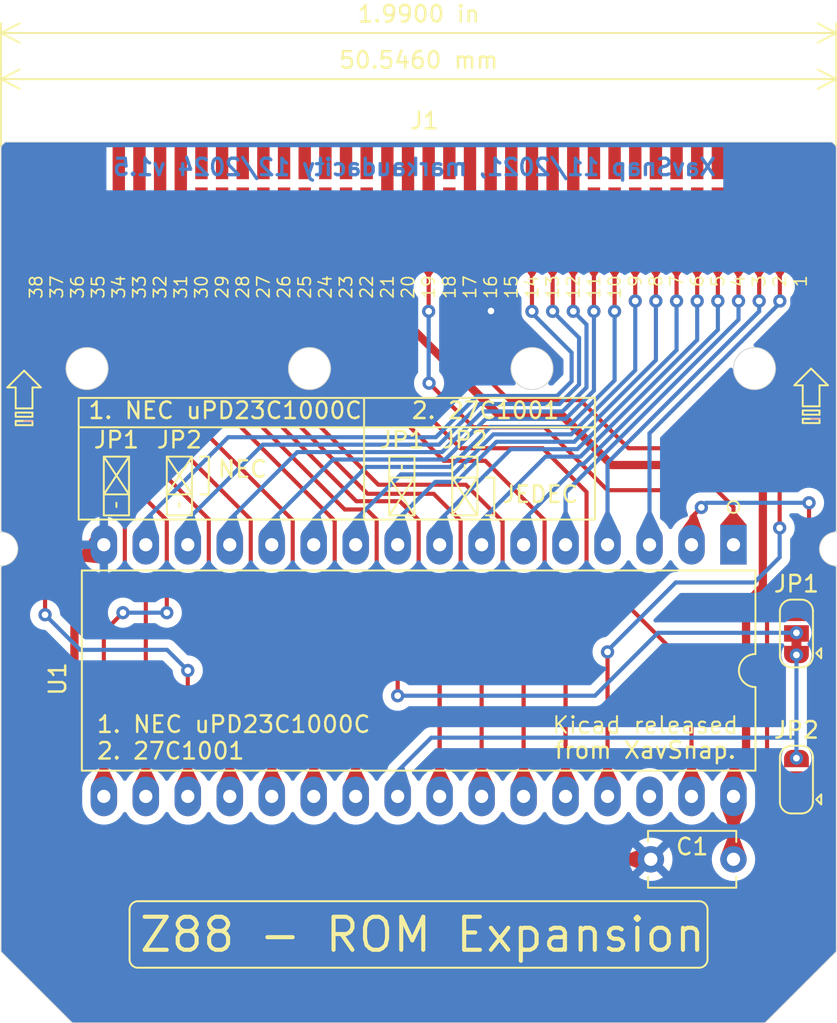
<source format=kicad_pcb>
(kicad_pcb (version 20240108) (generator "pcbnew") (generator_version "8.0")
  (layers (0 "F.Cu" signal) (31 "B.Cu" signal) (34 "B.Paste" user) (35 "F.Paste" user) (36 "B.SilkS" user "B.Silkscreen") (37 "F.SilkS" user "F.Silkscreen") (38 "B.Mask" user) (39 "F.Mask" user) (44 "Edge.Cuts" user))
  (net 0 "")
  (net 1 "GND")
  (net 2 "VCC")
  (net 3 "/D2")
  (net 4 "/D1")
  (net 5 "/A14")
  (net 6 "/D0")
  (net 7 "/A13")
  (net 8 "/A0")
  (net 9 "/A8")
  (net 10 "/A1")
  (net 11 "/A9")
  (net 12 "/A2")
  (net 13 "/A11")
  (net 14 "/A3")
  (net 15 "/A4")
  (net 16 "/A10")
  (net 17 "/A5")
  (net 18 "/A6")
  (net 19 "/D7")
  (net 20 "/A7")
  (net 21 "/D6")
  (net 22 "/A12")
  (net 23 "/D5")
  (net 24 "/A15")
  (net 25 "/D4")
  (net 26 "/A16")
  (net 27 "/D3")
  (net 28 "/~{SE1}")
  (net 29 "/Vpp")
  (net 30 "/WEL")
  (net 31 "/ROE")
  (footprint "Package_DIP:DIP-32_W15.24mm_LongPads" (layer "F.Cu") (at 160.02 87.376 -90)
    (property "Reference" "U1")
    (property "Value" "NEC_ROM")
  )
  (footprint "Capacitor_THT:C_Disc_D5.1mm_W3.2mm_P5.00mm" (layer "F.Cu") (at 155.02 106.426)
    (property "Reference" "C1")
    (property "Value" "100nF")
  )
  (footprint "Z88:Conn_Z88_1.25mm" (layer "F.Cu") (at 140.951 62.992)
    (property "Reference" "J1")
    (property "Value" "Conn_Z88")
  )
  (footprint "Jumper:SolderJumper-3_P1.3mm_Bridged12_RoundedPad1.0x1.5mm" (layer "F.Cu") (at 163.83 101.6 90)
    (property "Reference" "JP2")
    (property "Value" "SolderJumper-3_RoundedPad1.0x1.5mm" (hide yes))
  )
  (footprint "Jumper:SolderJumper-3_P1.3mm_Bridged12_RoundedPad1.0x1.5mm" (layer "F.Cu") (at 163.83 92.75 90)
    (property "Reference" "JP1")
    (property "Value" "SolderJumper-3_P1.3mm_Bridged12_RoundedPad1.0x1.5mm" (hide yes))
  )
  (gr_line (start 164.719 79.756) (end 165.227 79.756) (stroke (width 0.12)) (layer "B.SilkS"))
  (gr_line (start 117.094 79.883) (end 117.602 79.883) (stroke (width 0.12)) (layer "B.SilkS"))
  (gr_line (start 164.719 79.756) (end 164.211 79.756) (stroke (width 0.12)) (layer "F.SilkS"))
  (gr_line (start 165.735 77.724) (end 165.227 77.724) (stroke (width 0.12)) (layer "F.SilkS"))
  (gr_line (start 165.227 79.502) (end 164.719 79.502) (stroke (width 0.12)) (layer "F.SilkS"))
  (gr_line (start 165.227 79.756) (end 165.227 80.01) (stroke (width 0.12)) (layer "F.SilkS"))
  (gr_line (start 165.227 79.248) (end 164.719 79.248) (stroke (width 0.12)) (layer "F.SilkS"))
  (gr_line (start 165.227 77.724) (end 165.227 78.994) (stroke (width 0.12)) (layer "F.SilkS"))
  (gr_line (start 164.719 76.708) (end 165.735 77.724) (stroke (width 0.12)) (layer "F.SilkS"))
  (gr_line (start 165.227 80.01) (end 164.719 80.01) (stroke (width 0.12)) (layer "F.SilkS"))
  (gr_line (start 165.227 79.248) (end 165.227 79.502) (stroke (width 0.12)) (layer "F.SilkS"))
  (gr_line (start 165.227 78.994) (end 164.719 78.994) (stroke (width 0.12)) (layer "F.SilkS"))
  (gr_line (start 165.227 79.756) (end 164.719 79.756) (stroke (width 0.12)) (layer "F.SilkS"))
  (gr_line (start 116.586 79.629) (end 117.094 79.629) (stroke (width 0.12)) (layer "F.SilkS"))
  (gr_line (start 116.586 80.137) (end 117.094 80.137) (stroke (width 0.12)) (layer "F.SilkS"))
  (gr_line (start 116.586 77.851) (end 116.586 79.121) (stroke (width 0.12)) (layer "F.SilkS"))
  (gr_line (start 116.586 79.883) (end 117.094 79.883) (stroke (width 0.12)) (layer "F.SilkS"))
  (gr_line (start 116.078 77.851) (end 116.586 77.851) (stroke (width 0.12)) (layer "F.SilkS"))
  (gr_line (start 116.586 79.883) (end 116.586 80.137) (stroke (width 0.12)) (layer "F.SilkS"))
  (gr_line (start 117.094 76.835) (end 116.078 77.851) (stroke (width 0.12)) (layer "F.SilkS"))
  (gr_line (start 116.586 79.375) (end 117.094 79.375) (stroke (width 0.12)) (layer "F.SilkS"))
  (gr_line (start 117.094 79.883) (end 116.586 79.883) (stroke (width 0.12)) (layer "F.SilkS"))
  (gr_line (start 116.586 79.375) (end 116.586 79.629) (stroke (width 0.12)) (layer "F.SilkS"))
  (gr_line (start 116.586 79.121) (end 117.094 79.121) (stroke (width 0.12)) (layer "F.SilkS"))
  (gr_line (start 118.11 77.851) (end 117.602 77.851) (stroke (width 0.12)) (layer "F.SilkS"))
  (gr_line (start 117.602 79.629) (end 117.094 79.629) (stroke (width 0.12)) (layer "F.SilkS"))
  (gr_line (start 117.602 79.375) (end 117.094 79.375) (stroke (width 0.12)) (layer "F.SilkS"))
  (gr_line (start 117.602 77.851) (end 117.602 79.121) (stroke (width 0.12)) (layer "F.SilkS"))
  (gr_line (start 117.602 79.883) (end 117.094 79.883) (stroke (width 0.12)) (layer "F.SilkS"))
  (gr_line (start 117.602 79.121) (end 117.094 79.121) (stroke (width 0.12)) (layer "F.SilkS"))
  (gr_line (start 117.094 76.835) (end 118.11 77.851) (stroke (width 0.12)) (layer "F.SilkS"))
  (gr_line (start 117.602 80.137) (end 117.094 80.137) (stroke (width 0.12)) (layer "F.SilkS"))
  (gr_line (start 117.602 79.883) (end 117.602 80.137) (stroke (width 0.12)) (layer "F.SilkS"))
  (gr_line (start 117.602 79.375) (end 117.602 79.629) (stroke (width 0.12)) (layer "F.SilkS"))
  (gr_line (start 123.444 82.042) (end 121.92 82.042) (stroke (width 0.12)) (layer "F.SilkS"))
  (gr_line (start 121.92 84.328) (end 123.444 82.042) (stroke (width 0.12)) (layer "F.SilkS"))
  (gr_line (start 121.92 82.042) (end 123.444 84.328) (stroke (width 0.12)) (layer "F.SilkS"))
  (gr_line (start 125.73 82.042) (end 125.73 85.598) (stroke (width 0.12)) (layer "F.SilkS"))
  (gr_line (start 127.254 85.598) (end 127.254 82.042) (stroke (width 0.12)) (layer "F.SilkS"))
  (gr_line (start 126.492 85.09) (end 126.492 84.836) (stroke (width 0.12)) (layer "F.SilkS"))
  (gr_line (start 125.73 82.042) (end 127.254 84.328) (stroke (width 0.12)) (layer "F.SilkS"))
  (gr_line (start 125.73 84.328) (end 127.254 82.042) (stroke (width 0.12)) (layer "F.SilkS"))
  (gr_line (start 125.73 84.328) (end 127.254 84.328) (stroke (width 0.12)) (layer "F.SilkS"))
  (gr_line (start 127.254 82.042) (end 125.73 82.042) (stroke (width 0.12)) (layer "F.SilkS"))
  (gr_line (start 125.73 85.598) (end 127.254 85.598) (stroke (width 0.12)) (layer "F.SilkS"))
  (gr_line (start 127.762 82.042) (end 128.016 82.042) (stroke (width 0.12)) (layer "F.SilkS"))
  (gr_line (start 144.526 85.598) (end 144.526 82.042) (stroke (width 0.12)) (layer "F.SilkS"))
  (gr_line (start 143.002 82.042) (end 143.002 85.598) (stroke (width 0.12)) (layer "F.SilkS"))
  (gr_line (start 143.764 82.55) (end 143.764 82.804) (stroke (width 0.12)) (layer "F.SilkS"))
  (gr_line (start 144.526 85.598) (end 143.002 83.312) (stroke (width 0.12)) (layer "F.SilkS"))
  (gr_line (start 139.954 82.55) (end 139.954 82.804) (stroke (width 0.12)) (layer "F.SilkS"))
  (gr_line (start 144.526 83.312) (end 143.002 85.598) (stroke (width 0.12)) (layer "F.SilkS"))
  (gr_line (start 144.526 83.312) (end 143.002 83.312) (stroke (width 0.12)) (layer "F.SilkS"))
  (gr_line (start 143.002 85.598) (end 144.526 85.598) (stroke (width 0.12)) (layer "F.SilkS"))
  (gr_line (start 139.192 82.042) (end 139.192 85.598) (stroke (width 0.12)) (layer "F.SilkS"))
  (gr_line (start 140.716 85.598) (end 139.192 83.312) (stroke (width 0.12)) (layer "F.SilkS"))
  (gr_line (start 140.716 83.312) (end 139.192 85.598) (stroke (width 0.12)) (layer "F.SilkS"))
  (gr_line (start 144.526 82.042) (end 143.002 82.042) (stroke (width 0.12)) (layer "F.SilkS"))
  (gr_line (start 140.716 85.598) (end 140.716 82.042) (stroke (width 0.12)) (layer "F.SilkS"))
  (gr_line (start 145.542 85.598) (end 145.034 85.598) (stroke (width 0.12)) (layer "F.SilkS"))
  (gr_line (start 145.288 83.312) (end 145.542 83.312) (stroke (width 0.12)) (layer "F.SilkS"))
  (gr_line (start 139.192 85.598) (end 140.716 85.598) (stroke (width 0.12)) (layer "F.SilkS"))
  (gr_line (start 140.716 82.042) (end 139.192 82.042) (stroke (width 0.12)) (layer "F.SilkS"))
  (gr_line (start 145.034 83.312) (end 145.288 83.312) (stroke (width 0.12)) (layer "F.SilkS"))
  (gr_line (start 145.542 83.312) (end 145.542 85.598) (stroke (width 0.12)) (layer "F.SilkS"))
  (gr_line (start 140.716 83.312) (end 139.192 83.312) (stroke (width 0.12)) (layer "F.SilkS"))
  (gr_line (start 151.638 78.486) (end 151.638 80.264) (stroke (width 0.12)) (layer "F.SilkS"))
  (gr_line (start 120.396 78.486) (end 120.396 80.264) (stroke (width 0.12)) (layer "F.SilkS"))
  (gr_line (start 123.444 85.598) (end 123.444 82.042) (stroke (width 0.12)) (layer "F.SilkS"))
  (gr_circle (center 160.02 85.09) (end 160.274 85.344) (stroke (width 0.12)) (fill none) (layer "F.SilkS"))
  (gr_line (start 164.211 79.756) (end 164.719 79.756) (stroke (width 0.12)) (layer "F.SilkS"))
  (gr_line (start 151.638 85.852) (end 120.396 85.852) (stroke (width 0.12)) (layer "F.SilkS"))
  (gr_line (start 123.477 112.484) (end 123.477 109.472) (stroke (width 0.12)) (layer "F.SilkS"))
  (gr_line (start 158.451 109.472) (end 158.451 112.484) (stroke (width 0.12)) (layer "F.SilkS"))
  (gr_line (start 128.27 82.042) (end 128.27 84.328) (stroke (width 0.12)) (layer "F.SilkS"))
  (gr_line (start 157.943 112.992) (end 123.985 112.992) (stroke (width 0.12)) (layer "F.SilkS"))
  (gr_line (start 151.638 80.264) (end 151.638 85.852) (stroke (width 0.12)) (layer "F.SilkS"))
  (gr_line (start 164.211 80.01) (end 164.719 80.01) (stroke (width 0.12)) (layer "F.SilkS"))
  (gr_line (start 164.211 79.248) (end 164.719 79.248) (stroke (width 0.12)) (layer "F.SilkS"))
  (gr_line (start 120.396 80.264) (end 151.638 80.264) (stroke (width 0.12)) (layer "F.SilkS"))
  (gr_line (start 128.27 84.328) (end 127.762 84.328) (stroke (width 0.12)) (layer "F.SilkS"))
  (gr_arc (start 123.985 112.992) (mid 123.62579 112.84321) (end 123.477 112.484) (stroke (width 0.12)) (layer "F.SilkS"))
  (gr_line (start 121.92 85.598) (end 123.444 85.598) (stroke (width 0.12)) (layer "F.SilkS"))
  (gr_line (start 137.668 80.264) (end 137.668 78.486) (stroke (width 0.12)) (layer "F.SilkS"))
  (gr_line (start 137.668 78.486) (end 120.396 78.486) (stroke (width 0.12)) (layer "F.SilkS"))
  (gr_arc (start 157.943 108.964) (mid 158.30221 109.11279) (end 158.451 109.472) (stroke (width 0.12)) (layer "F.SilkS"))
  (gr_line (start 164.211 79.248) (end 164.211 79.502) (stroke (width 0.12)) (layer "F.SilkS"))
  (gr_line (start 121.92 82.042) (end 121.92 85.598) (stroke (width 0.12)) (layer "F.SilkS"))
  (gr_arc (start 158.451 112.484) (mid 158.30221 112.84321) (end 157.943 112.992) (stroke (width 0.12)) (layer "F.SilkS"))
  (gr_line (start 120.396 85.852) (end 120.396 80.264) (stroke (width 0.12)) (layer "F.SilkS"))
  (gr_line (start 164.719 76.708) (end 163.703 77.724) (stroke (width 0.12)) (layer "F.SilkS"))
  (gr_line (start 163.703 77.724) (end 164.211 77.724) (stroke (width 0.12)) (layer "F.SilkS"))
  (gr_line (start 164.211 79.756) (end 164.211 80.01) (stroke (width 0.12)) (layer "F.SilkS"))
  (gr_line (start 122.682 85.09) (end 122.682 84.836) (stroke (width 0.12)) (layer "F.SilkS"))
  (gr_arc (start 123.477 109.472) (mid 123.62579 109.11279) (end 123.985 108.964) (stroke (width 0.12)) (layer "F.SilkS"))
  (gr_line (start 137.668 78.486) (end 151.638 78.486) (stroke (width 0.12)) (layer "F.SilkS"))
  (gr_line (start 123.985 108.964) (end 157.943 108.964) (stroke (width 0.12)) (layer "F.SilkS"))
  (gr_line (start 128.016 82.042) (end 128.27 82.042) (stroke (width 0.12)) (layer "F.SilkS"))
  (gr_line (start 164.211 77.724) (end 164.211 78.994) (stroke (width 0.12)) (layer "F.SilkS"))
  (gr_line (start 121.92 84.328) (end 123.444 84.328) (stroke (width 0.12)) (layer "F.SilkS"))
  (gr_line (start 164.211 78.994) (end 164.719 78.994) (stroke (width 0.12)) (layer "F.SilkS"))
  (gr_line (start 164.211 79.502) (end 164.719 79.502) (stroke (width 0.12)) (layer "F.SilkS"))
  (gr_line (start 137.668 80.264) (end 137.668 85.852) (stroke (width 0.12)) (layer "F.SilkS"))
  (gr_circle (center 147.828 76.708) (end 149.098 76.708) (stroke (width 0.05)) (fill none) (layer "Edge.Cuts"))
  (gr_line (start 165.989 62.992) (end 166.243 63.246) (stroke (width 0.05)) (layer "Edge.Cuts"))
  (gr_line (start 115.697 63.246) (end 115.951 62.992) (stroke (width 0.05)) (layer "Edge.Cuts"))
  (gr_line (start 115.697 88.646) (end 115.697 112.014) (stroke (width 0.05)) (layer "Edge.Cuts"))
  (gr_line (start 166.243 63.246) (end 166.243 86.614) (stroke (width 0.05)) (layer "Edge.Cuts"))
  (gr_line (start 166.243 112.014) (end 166.243 88.646) (stroke (width 0.05)) (layer "Edge.Cuts"))
  (gr_line (start 161.925 116.332) (end 120.015 116.332) (stroke (width 0.05)) (layer "Edge.Cuts"))
  (gr_line (start 115.951 62.992) (end 165.989 62.992) (stroke (width 0.05)) (layer "Edge.Cuts"))
  (gr_circle (center 134.366 76.708) (end 135.636 76.708) (stroke (width 0.05)) (fill none) (layer "Edge.Cuts"))
  (gr_line (start 115.697 86.614) (end 115.697 63.246) (stroke (width 0.05)) (layer "Edge.Cuts"))
  (gr_arc (start 166.243 88.646) (mid 165.227 87.63) (end 166.243 86.614) (stroke (width 0.05)) (layer "Edge.Cuts"))
  (gr_circle (center 120.904 76.708) (end 122.174 76.708) (stroke (width 0.05)) (fill none) (layer "Edge.Cuts"))
  (gr_line (start 166.243 112.014) (end 161.925 116.332) (stroke (width 0.05)) (layer "Edge.Cuts"))
  (gr_circle (center 161.29 76.708) (end 162.56 76.708) (stroke (width 0.05)) (fill none) (layer "Edge.Cuts"))
  (gr_arc (start 115.697 86.614) (mid 116.713 87.63) (end 115.697 88.646) (stroke (width 0.05)) (layer "Edge.Cuts"))
  (gr_line (start 115.697 112.014) (end 120.015 116.332) (stroke (width 0.05)) (layer "Edge.Cuts"))
  (gr_text "XavSnap 11/2021, markaudacity 12/2024 v1.5" (at 140.716 64.516 0) (layer "B.Cu") (effects (font (size 1 1) (thickness 0.2)) (justify mirror)))
  (gr_text "JP2" (at 126.492 81.026 0) (layer "F.SilkS") (effects (font (size 1 1))))
  (gr_text "JP1" (at 139.954 81.026 0) (layer "F.SilkS") (effects (font (size 1 1))))
  (gr_text "JP2" (at 143.764 81.026 0) (layer "F.SilkS") (effects (font (size 1 1))))
  (gr_text "2. 27C1001" (at 140.462 79.248 0) (layer "F.SilkS") (effects (font (size 1 1)) (justify left)))
  (gr_text "from XavSnap." (at 154.686 99.822 0) (layer "F.SilkS") (effects (font (size 1 1))))
  (gr_text "JP1" (at 122.682 81.026 0) (layer "F.SilkS") (effects (font (size 1 1))))
  (gr_text "1. NEC uPD23C1000C\n2. 27C1001" (at 121.412 99.06 0) (layer "F.SilkS") (effects (font (size 1 1)) (justify left)))
  (gr_text "Z88 - ROM Expansion" (at 141.201 110.992 0) (layer "F.SilkS") (effects (font (size 2 2) (thickness 0.25))))
  (gr_text "Kicad released" (at 154.686 98.298 0) (layer "F.SilkS") (effects (font (size 1 1) (thickness 0.125))))
  (gr_text "JEDEC" (at 148.336 84.328 0) (layer "F.SilkS") (effects (font (size 1 1))))
  (gr_text "NEC" (at 130.302 82.804 0) (layer "F.SilkS") (effects (font (size 1 1))))
  (gr_text "1. NEC uPD23C1000C" (at 120.904 79.248 0) (layer "F.SilkS") (effects (font (size 1 1)) (justify left)))
  (dimension (type aligned) (layer "F.SilkS") (pts (xy 166.243 63.246) (xy 115.697 63.246)) (height 6.858) (gr_text "1.9900 in" (at 140.97 55.238 0) (layer "F.SilkS") (effects (font (size 1 1) (thickness 0.15)))) (format (prefix "") (suffix "") (units 0) (units_format 1) (precision 4)) (style (thickness 0.12) (arrow_length 1.27) (text_position_mode 0) (extension_height 0.58642) (extension_offset 0) keep_text_aligned))
  (dimension (type aligned) (layer "F.SilkS") (pts (xy 115.697 63.246) (xy 166.243 63.246)) (height -4.063999) (gr_text "50.5460 mm" (at 140.97 58.032001 0) (layer "F.SilkS") (effects (font (size 1 1) (thickness 0.15)))) (format (prefix "") (suffix "") (units 3) (units_format 1) (precision 4)) (style (thickness 0.12) (arrow_length 1.27) (text_position_mode 0) (extension_height 0.58642) (extension_offset 0) keep_text_aligned))
  (segment (start 145.346653 72.387653) (end 144.076 71.117) (width 0.5) (layer "F.Cu") (net 1))
  (segment (start 120.142 88.646) (end 120.142 104.648) (width 0.5) (layer "F.Cu") (net 1))
  (segment (start 144.076 71.117) (end 144.076 66.867) (width 0.5) (layer "F.Cu") (net 1))
  (segment (start 145.326 66.867) (end 145.326 73.200694) (width 0.5) (layer "F.Cu") (net 1))
  (segment (start 121.92 87.376) (end 121.412 87.376) (width 0.5) (layer "F.Cu") (net 1))
  (segment (start 121.92 106.426) (end 155.02 106.426) (width 0.5) (layer "F.Cu") (net 1))
  (segment (start 145.346653 73.221347) (end 145.346653 72.387653) (width 0.5) (layer "F.Cu") (net 1))
  (segment (start 145.326 73.200694) (end 145.346653 73.221347) (width 0.5) (layer "F.Cu") (net 1))
  (segment (start 121.412 87.376) (end 120.142 88.646) (width 0.5) (layer "F.Cu") (net 1))
  (segment (start 120.142 104.648) (end 121.92 106.426) (width 0.5) (layer "F.Cu") (net 1))
  (via (at 145.346653 73.221347) (size 0.8) (drill 0.4) (layers "F.Cu" "B.Cu") (net 1))
  (segment (start 149.606 79.502) (end 145.796 79.502) (width 0.5) (layer "F.Cu") (net 2))
  (segment (start 140.335 72.517) (end 140.335 69.215) (width 0.5) (layer "F.Cu") (net 2))
  (segment (start 160.02 100.838) (end 160.782 100.076) (width 0.5) (layer "F.Cu") (net 2))
  (segment (start 160.782 100.076) (end 160.782 90.932) (width 0.5) (layer "F.Cu") (net 2))
  (segment (start 139.065 71.247) (end 140.335 72.517) (width 0.5) (layer "F.Cu") (net 2))
  (segment (start 160.02 102.616) (end 160.02 100.838) (width 0.5) (layer "F.Cu") (net 2))
  (segment (start 152.654 82.55) (end 149.606 79.502) (width 0.5) (layer "F.Cu") (net 2))
  (segment (start 161.798 83.312) (end 161.036 82.55) (width 0.5) (layer "F.Cu") (net 2))
  (segment (start 140.335 74.041) (end 140.335 72.517) (width 0.5) (layer "F.Cu") (net 2))
  (segment (start 160.782 90.932) (end 161.798 89.916) (width 0.5) (layer "F.Cu") (net 2))
  (segment (start 161.798 89.916) (end 161.798 83.312) (width 0.5) (layer "F.Cu") (net 2))
  (segment (start 161.036 82.55) (end 152.654 82.55) (width 0.5) (layer "F.Cu") (net 2))
  (segment (start 145.796 79.502) (end 140.335 74.041) (width 0.5) (layer "F.Cu") (net 2))
  (segment (start 160.02 102.616) (end 160.02 106.172) (width 0.5) (layer "F.Cu") (net 2))
  (segment (start 139.065 69.215) (end 139.065 71.247) (width 0.5) (layer "F.Cu") (net 2))
  (segment (start 147.826 73.242) (end 147.826 69.117) (width 0.25) (layer "F.Cu") (net 3))
  (via (at 147.826 73.242) (size 0.8) (drill 0.4) (layers "F.Cu" "B.Cu") (net 3))
  (segment (start 144.51377 78.367) (end 142.01483 80.86594) (width 0.25) (layer "B.Cu") (net 3))
  (segment (start 124.46 85.852) (end 124.46 87.376) (width 0.25) (layer "B.Cu") (net 3))
  (segment (start 129.44606 80.86594) (end 124.46 85.852) (width 0.25) (layer "B.Cu") (net 3))
  (segment (start 150.226 77.48359) (end 149.34259 78.367) (width 0.25) (layer "B.Cu") (net 3))
  (segment (start 150.226 75.742305) (end 150.226 77.48359) (width 0.25) (layer "B.Cu") (net 3))
  (segment (start 149.34259 78.367) (end 144.51377 78.367) (width 0.25) (layer "B.Cu") (net 3))
  (segment (start 142.01483 80.86594) (end 129.44606 80.86594) (width 0.25) (layer "B.Cu") (net 3))
  (segment (start 147.826 73.342305) (end 150.226 75.742305) (width 0.25) (layer "B.Cu") (net 3))
  (segment (start 149.076 73.242) (end 149.076 69.117) (width 0.25) (layer "F.Cu") (net 4))
  (via (at 149.076 73.242) (size 0.8) (drill 0.4) (layers "F.Cu" "B.Cu") (net 4))
  (segment (start 149.490005 78.855981) (end 144.661199 78.855981) (width 0.25) (layer "B.Cu") (net 4))
  (segment (start 127 85.852) (end 127 87.376) (width 0.25) (layer "B.Cu") (net 4))
  (segment (start 150.676 74.842) (end 150.676 77.669986) (width 0.25) (layer "B.Cu") (net 4))
  (segment (start 149.076 73.242) (end 150.676 74.842) (width 0.25) (layer "B.Cu") (net 4))
  (segment (start 150.676 77.669986) (end 149.490005 78.855981) (width 0.25) (layer "B.Cu") (net 4))
  (segment (start 142.20123 81.31595) (end 131.53605 81.31595) (width 0.25) (layer "B.Cu") (net 4))
  (segment (start 131.53605 81.31595) (end 127 85.852) (width 0.25) (layer "B.Cu") (net 4))
  (segment (start 144.661199 78.855981) (end 142.20123 81.31595) (width 0.25) (layer "B.Cu") (net 4))
  (segment (start 142.826 72.367) (end 145.161 74.702) (width 0.25) (layer "F.Cu") (net 5))
  (segment (start 145.161 77.343) (end 146.435 78.617) (width 0.25) (layer "F.Cu") (net 5))
  (segment (start 162.814 82.55) (end 162.814 86.36) (width 0.25) (layer "F.Cu") (net 5))
  (segment (start 146.435 78.617) (end 150.753 78.617) (width 0.25) (layer "F.Cu") (net 5))
  (segment (start 142.826 68.117) (end 142.826 72.367) (width 0.25) (layer "F.Cu") (net 5))
  (segment (start 152.4 102.616) (end 152.4 93.867) (width 0.25) (layer "F.Cu") (net 5))
  (segment (start 150.753 78.617) (end 153.67 81.534) (width 0.25) (layer "F.Cu") (net 5))
  (segment (start 145.161 74.702) (end 145.161 77.343) (width 0.25) (layer "F.Cu") (net 5))
  (segment (start 153.67 81.534) (end 161.798 81.534) (width 0.25) (layer "F.Cu") (net 5))
  (segment (start 161.798 81.534) (end 162.814 82.55) (width 0.25) (layer "F.Cu") (net 5))
  (via (at 152.4 93.867) (size 0.8) (drill 0.4) (layers "F.Cu" "B.Cu") (net 5))
  (via (at 162.814 86.36) (size 0.8) (drill 0.4) (layers "F.Cu" "B.Cu") (net 5))
  (segment (start 152.4 93.867) (end 152.4 93.793) (width 0.25) (layer "B.Cu") (net 5))
  (segment (start 162.814 88.138) (end 162.814 86.36) (width 0.25) (layer "B.Cu") (net 5))
  (segment (start 152.4 93.793) (end 156.531 89.662) (width 0.25) (layer "B.Cu") (net 5))
  (segment (start 156.531 89.662) (end 161.29 89.662) (width 0.25) (layer "B.Cu") (net 5))
  (segment (start 161.29 89.662) (end 162.814 88.138) (width 0.25) (layer "B.Cu") (net 5))
  (segment (start 150.326 73.242) (end 150.326 69.117) (width 0.25) (layer "F.Cu") (net 6))
  (via (at 150.326 73.242) (size 0.8) (drill 0.4) (layers "F.Cu" "B.Cu") (net 6))
  (segment (start 142.38763 81.76596) (end 133.62604 81.76596) (width 0.25) (layer "B.Cu") (net 6))
  (segment (start 133.62604 81.76596) (end 129.54 85.852) (width 0.25) (layer "B.Cu") (net 6))
  (segment (start 149.676392 79.30599) (end 144.8476 79.30599) (width 0.25) (layer "B.Cu") (net 6))
  (segment (start 144.8476 79.30599) (end 142.38763 81.76596) (width 0.25) (layer "B.Cu") (net 6))
  (segment (start 151.126 77.856382) (end 149.676392 79.30599) (width 0.25) (layer "B.Cu") (net 6))
  (segment (start 151.126 74.042) (end 151.126 77.856382) (width 0.25) (layer "B.Cu") (net 6))
  (segment (start 150.326 73.242) (end 151.126 74.042) (width 0.25) (layer "B.Cu") (net 6))
  (segment (start 129.54 85.852) (end 129.54 87.376) (width 0.25) (layer "B.Cu") (net 6))
  (segment (start 148.59 85.881) (end 145.005 82.296) (width 0.25) (layer "F.Cu") (net 7))
  (segment (start 149.86 95.25) (end 149.86 95.026) (width 0.25) (layer "F.Cu") (net 7))
  (segment (start 149.86 102.616) (end 149.86 95.25) (width 0.25) (layer "F.Cu") (net 7))
  (segment (start 149.86 95.25) (end 149.86 100.584) (width 0.25) (layer "F.Cu") (net 7))
  (segment (start 149.86 95.026) (end 148.59 93.756) (width 0.25) (layer "F.Cu") (net 7))
  (segment (start 145.005 82.296) (end 142.494 82.296) (width 0.25) (layer "F.Cu") (net 7))
  (segment (start 148.59 93.756) (end 148.59 85.881) (width 0.25) (layer "F.Cu") (net 7))
  (segment (start 136.576 76.378) (end 136.576 68.117) (width 0.25) (layer "F.Cu") (net 7))
  (segment (start 142.494 82.296) (end 136.576 76.378) (width 0.25) (layer "F.Cu") (net 7))
  (segment (start 151.576 73.242) (end 151.576 68.117) (width 0.25) (layer "F.Cu") (net 8))
  (via (at 151.576 73.242) (size 0.8) (drill 0.4) (layers "F.Cu" "B.Cu") (net 8))
  (segment (start 151.576 73.242) (end 151.576 78.042778) (width 0.25) (layer "B.Cu") (net 8))
  (segment (start 142.57403 82.21597) (end 135.78953 82.21597) (width 0.25) (layer "B.Cu") (net 8))
  (segment (start 149.862778 79.756) (end 145.034 79.756) (width 0.25) (layer "B.Cu") (net 8))
  (segment (start 151.576 78.042778) (end 149.862778 79.756) (width 0.25) (layer "B.Cu") (net 8))
  (segment (start 151.718 73.134) (end 151.684 73.134) (width 0.25) (layer "B.Cu") (net 8))
  (segment (start 145.034 79.756) (end 142.57403 82.21597) (width 0.25) (layer "B.Cu") (net 8))
  (segment (start 132.08 85.9255) (end 132.08 87.376) (width 0.25) (layer "B.Cu") (net 8))
  (segment (start 135.78953 82.21597) (end 132.08 85.9255) (width 0.25) (layer "B.Cu") (net 8))
  (segment (start 151.684 73.134) (end 151.576 73.242) (width 0.25) (layer "B.Cu") (net 8))
  (segment (start 143.826 83.742) (end 138.5285 83.742) (width 0.25) (layer "F.Cu") (net 9))
  (segment (start 147.32 94.986) (end 146.05 93.716) (width 0.25) (layer "F.Cu") (net 9))
  (segment (start 146.05 93.716) (end 146.05 85.966) (width 0.25) (layer "F.Cu") (net 9))
  (segment (start 135.326 72.617) (end 135.326 68.117) (width 0.25) (layer "F.Cu") (net 9))
  (segment (start 147.32 100.838) (end 147.32 95.758) (width 0.25) (layer "F.Cu") (net 9))
  (segment (start 132.588 75.355) (end 135.326 72.617) (width 0.25) (layer "F.Cu") (net 9))
  (segment (start 147.32 102.616) (end 147.32 95.758) (width 0.25) (layer "F.Cu") (net 9))
  (segment (start 132.588 77.8015) (end 132.588 75.355) (width 0.25) (layer "F.Cu") (net 9))
  (segment (start 138.5285 83.742) (end 132.588 77.8015) (width 0.25) (layer "F.Cu") (net 9))
  (segment (start 147.32 95.758) (end 147.32 94.986) (width 0.25) (layer "F.Cu") (net 9))
  (segment (start 146.05 85.966) (end 143.826 83.742) (width 0.25) (layer "F.Cu") (net 9))
  (segment (start 152.826 73.242) (end 152.826 68.117) (width 0.25) (layer "F.Cu") (net 10))
  (via (at 152.826 73.242) (size 0.8) (drill 0.4) (layers "F.Cu" "B.Cu") (net 10))
  (segment (start 137.80602 82.66598) (end 134.62 85.852) (width 0.25) (layer "B.Cu") (net 10))
  (segment (start 152.826 73.242) (end 152.826 77.429174) (width 0.25) (layer "B.Cu") (net 10))
  (segment (start 142.8832 82.66598) (end 137.80602 82.66598) (width 0.25) (layer "B.Cu") (net 10))
  (segment (start 134.62 85.852) (end 134.62 87.376) (width 0.25) (layer "B.Cu") (net 10))
  (segment (start 145.30722 80.24196) (end 142.8832 82.66598) (width 0.25) (layer "B.Cu") (net 10))
  (segment (start 152.826 77.429174) (end 150.013214 80.24196) (width 0.25) (layer "B.Cu") (net 10))
  (segment (start 150.013214 80.24196) (end 145.30722 80.24196) (width 0.25) (layer "B.Cu") (net 10))
  (segment (start 143.51 93.801) (end 143.51 85.926) (width 0.25) (layer "F.Cu") (net 11))
  (segment (start 131.826 74.867) (end 134.076 72.617) (width 0.25) (layer "F.Cu") (net 11))
  (segment (start 134.076 72.617) (end 134.076 68.117) (width 0.25) (layer "F.Cu") (net 11))
  (segment (start 144.78 102.616) (end 144.78 95.071) (width 0.25) (layer "F.Cu") (net 11))
  (segment (start 137.876 84.292) (end 131.826 78.242) (width 0.25) (layer "F.Cu") (net 11))
  (segment (start 131.826 78.242) (end 131.826 74.867) (width 0.25) (layer "F.Cu") (net 11))
  (segment (start 143.51 85.926) (end 141.876 84.292) (width 0.25) (layer "F.Cu") (net 11))
  (segment (start 141.876 84.292) (end 137.876 84.292) (width 0.25) (layer "F.Cu") (net 11))
  (segment (start 144.78 95.071) (end 143.51 93.801) (width 0.25) (layer "F.Cu") (net 11))
  (segment (start 154.076 72.617) (end 154.076 68.117) (width 0.25) (layer "F.Cu") (net 12))
  (via (at 154.076 72.617) (size 0.8) (drill 0.4) (layers "F.Cu" "B.Cu") (net 12))
  (segment (start 150.1996 80.69197) (end 145.49362 80.69197) (width 0.25) (layer "B.Cu") (net 12))
  (segment (start 154.076 72.617) (end 154.076 76.81557) (width 0.25) (layer "B.Cu") (net 12))
  (segment (start 137.16 85.852) (end 137.16 87.376) (width 0.25) (layer "B.Cu") (net 12))
  (segment (start 139.89601 83.11599) (end 137.16 85.852) (width 0.25) (layer "B.Cu") (net 12))
  (segment (start 143.0696 83.11599) (end 139.89601 83.11599) (width 0.25) (layer "B.Cu") (net 12))
  (segment (start 145.49362 80.69197) (end 143.0696 83.11599) (width 0.25) (layer "B.Cu") (net 12))
  (segment (start 154.076 76.81557) (end 150.1996 80.69197) (width 0.25) (layer "B.Cu") (net 12))
  (segment (start 142.24 95.031) (end 140.97 93.761) (width 0.25) (layer "F.Cu") (net 13))
  (segment (start 131.064 74.379) (end 132.826 72.617) (width 0.25) (layer "F.Cu") (net 13))
  (segment (start 140.97 85.886) (end 139.826 84.742) (width 0.25) (layer "F.Cu") (net 13))
  (segment (start 132.826 72.617) (end 132.826 68.117) (width 0.25) (layer "F.Cu") (net 13))
  (segment (start 131.064 78.605) (end 131.064 74.379) (width 0.25) (layer "F.Cu") (net 13))
  (segment (start 142.24 102.616) (end 142.24 95.758) (width 0.25) (layer "F.Cu") (net 13))
  (segment (start 142.24 95.758) (end 142.24 95.031) (width 0.25) (layer "F.Cu") (net 13))
  (segment (start 140.97 93.761) (end 140.97 85.886) (width 0.25) (layer "F.Cu") (net 13))
  (segment (start 142.24 95.758) (end 142.24 100.584) (width 0.25) (layer "F.Cu") (net 13))
  (segment (start 137.201 84.742) (end 131.064 78.605) (width 0.25) (layer "F.Cu") (net 13))
  (segment (start 139.826 84.742) (end 137.201 84.742) (width 0.25) (layer "F.Cu") (net 13))
  (segment (start 155.326 72.617) (end 155.326 68.117) (width 0.25) (layer "F.Cu") (net 14))
  (via (at 155.326 72.617) (size 0.8) (drill 0.4) (layers "F.Cu" "B.Cu") (net 14))
  (segment (start 143.256 83.566) (end 141.986 83.566) (width 0.25) (layer "B.Cu") (net 14))
  (segment (start 155.326 72.617) (end 155.326 76.201966) (width 0.25) (layer "B.Cu") (net 14))
  (segment (start 145.68002 81.14198) (end 143.256 83.566) (width 0.25) (layer "B.Cu") (net 14))
  (segment (start 155.326 76.201966) (end 150.385986 81.14198) (width 0.25) (layer "B.Cu") (net 14))
  (segment (start 139.7 85.852) (end 139.7 87.376) (width 0.25) (layer "B.Cu") (net 14))
  (segment (start 150.385986 81.14198) (end 145.68002 81.14198) (width 0.25) (layer "B.Cu") (net 14))
  (segment (start 141.986 83.566) (end 139.7 85.852) (width 0.25) (layer "B.Cu") (net 14))
  (segment (start 156.576 72.617) (end 156.576 68.117) (width 0.25) (layer "F.Cu") (net 15))
  (via (at 156.576 72.617) (size 0.8) (drill 0.4) (layers "F.Cu" "B.Cu") (net 15))
  (segment (start 156.576 72.617) (end 156.576 75.588362) (width 0.25) (layer "B.Cu") (net 15))
  (segment (start 156.576 75.588362) (end 150.572382 81.59198) (width 0.25) (layer "B.Cu") (net 15))
  (segment (start 150.572382 81.59198) (end 146.546225 81.59198) (width 0.25) (layer "B.Cu") (net 15))
  (segment (start 146.546225 81.59198) (end 142.24 85.898205) (width 0.25) (layer "B.Cu") (net 15))
  (segment (start 142.24 85.898205) (end 142.24 87.376) (width 0.25) (layer "B.Cu") (net 15))
  (segment (start 129.076 79.117) (end 129.076 68.117) (width 0.25) (layer "F.Cu") (net 16))
  (segment (start 135.89 85.931) (end 129.076 79.117) (width 0.25) (layer "F.Cu") (net 16))
  (segment (start 137.16 102.616) (end 137.16 94.951) (width 0.25) (layer "F.Cu") (net 16))
  (segment (start 135.89 93.681) (end 135.89 85.931) (width 0.25) (layer "F.Cu") (net 16))
  (segment (start 137.16 94.951) (end 135.89 93.681) (width 0.25) (layer "F.Cu") (net 16))
  (segment (start 157.826 72.617) (end 157.826 68.117) (width 0.25) (layer "F.Cu") (net 17))
  (via (at 157.826 72.617) (size 0.8) (drill 0.4) (layers "F.Cu" "B.Cu") (net 17))
  (segment (start 144.78 85.913) (end 144.78 87.376) (width 0.25) (layer "B.Cu") (net 17))
  (segment (start 157.826 74.974758) (end 150.758758 82.042) (width 0.25) (layer "B.Cu") (net 17))
  (segment (start 148.651 82.042) (end 144.78 85.913) (width 0.25) (layer "B.Cu") (net 17))
  (segment (start 157.826 72.617) (end 157.826 74.974758) (width 0.25) (layer "B.Cu") (net 17))
  (segment (start 150.758758 82.042) (end 148.651 82.042) (width 0.25) (layer "B.Cu") (net 17))
  (segment (start 159.076 72.617) (end 159.076 68.117) (width 0.25) (layer "F.Cu") (net 18))
  (via (at 159.076 72.617) (size 0.8) (drill 0.4) (layers "F.Cu" "B.Cu") (net 18))
  (segment (start 147.32 85.873) (end 147.32 87.376) (width 0.25) (layer "B.Cu") (net 18))
  (segment (start 150.945154 82.492) (end 150.701 82.492) (width 0.25) (layer "B.Cu") (net 18))
  (segment (start 150.701 82.492) (end 147.32 85.873) (width 0.25) (layer "B.Cu") (net 18))
  (segment (start 159.076 72.617) (end 159.076 74.361154) (width 0.25) (layer "B.Cu") (net 18))
  (segment (start 159.076 74.361154) (end 150.945154 82.492) (width 0.25) (layer "B.Cu") (net 18))
  (segment (start 126.576 81.617) (end 126.576 69.117) (width 0.25) (layer "F.Cu") (net 19))
  (segment (start 130.81 85.851) (end 126.576 81.617) (width 0.25) (layer "F.Cu") (net 19))
  (segment (start 132.08 102.616) (end 132.08 94.996) (width 0.25) (layer "F.Cu") (net 19))
  (segment (start 130.81 93.726) (end 130.81 85.851) (width 0.25) (layer "F.Cu") (net 19))
  (segment (start 132.08 94.996) (end 130.81 93.726) (width 0.25) (layer "F.Cu") (net 19))
  (segment (start 160.326 72.617) (end 160.326 68.117) (width 0.25) (layer "F.Cu") (net 20))
  (via (at 160.326 72.617) (size 0.8) (drill 0.4) (layers "F.Cu" "B.Cu") (net 20))
  (segment (start 149.86 84.21355) (end 149.86 87.376) (width 0.25) (layer "B.Cu") (net 20))
  (segment (start 160.326 72.617) (end 160.326 73.74755) (width 0.25) (layer "B.Cu") (net 20))
  (segment (start 160.326 73.74755) (end 149.86 84.21355) (width 0.25) (layer "B.Cu") (net 20))
  (segment (start 129.54 94.956) (end 129.54 102.616) (width 0.25) (layer "F.Cu") (net 21))
  (segment (start 128.27 85.8335) (end 128.27 93.686) (width 0.25) (layer "F.Cu") (net 21))
  (segment (start 128.27 93.686) (end 129.54 94.956) (width 0.25) (layer "F.Cu") (net 21))
  (segment (start 125.326 82.8895) (end 128.27 85.8335) (width 0.25) (layer "F.Cu") (net 21))
  (segment (start 125.326 69.117) (end 125.326 82.8895) (width 0.25) (layer "F.Cu") (net 21))
  (segment (start 161.576 72.617) (end 161.576 68.117) (width 0.25) (layer "F.Cu") (net 22))
  (via (at 161.576 72.617) (size 0.8) (drill 0.4) (layers "F.Cu" "B.Cu") (net 22))
  (segment (start 161.576 72.617) (end 161.576 73.242) (width 0.25) (layer "B.Cu") (net 22))
  (segment (start 152.4 82.418) (end 152.4 87.376) (width 0.25) (layer "B.Cu") (net 22))
  (segment (start 161.576 73.242) (end 152.4 82.418) (width 0.25) (layer "B.Cu") (net 22))
  (segment (start 127 94.992) (end 127 102.616) (width 0.25) (layer "F.Cu") (net 23))
  (segment (start 121.576 72.617) (end 121.576 69.117) (width 0.25) (layer "F.Cu") (net 23))
  (segment (start 118.364 75.829) (end 121.576 72.617) (width 0.25) (layer "F.Cu") (net 23))
  (segment (start 118.364 91.617) (end 118.364 75.829) (width 0.25) (layer "F.Cu") (net 23))
  (via (at 118.364 91.617) (size 0.8) (drill 0.4) (layers "F.Cu" "B.Cu") (net 23))
  (via (at 127 94.992) (size 0.8) (drill 0.4) (layers "F.Cu" "B.Cu") (net 23))
  (segment (start 127 94.992) (end 125.75 93.742) (width 0.25) (layer "B.Cu") (net 23))
  (segment (start 125.75 93.742) (end 120.489 93.742) (width 0.25) (layer "B.Cu") (net 23))
  (segment (start 120.489 93.742) (end 118.364 91.617) (width 0.25) (layer "B.Cu") (net 23))
  (segment (start 162.826 72.617) (end 162.826 68.117) (width 0.25) (layer "F.Cu") (net 24))
  (via (at 162.826 72.617) (size 0.8) (drill 0.4) (layers "F.Cu" "B.Cu") (net 24))
  (segment (start 154.94 80.628) (end 154.94 87.376) (width 0.25) (layer "B.Cu") (net 24))
  (segment (start 162.826 72.617) (end 162.826 72.742) (width 0.25) (layer "B.Cu") (net 24))
  (segment (start 162.826 72.742) (end 154.94 80.628) (width 0.25) (layer "B.Cu") (net 24))
  (segment (start 123.19 89.154) (end 124.46 90.424) (width 0.25) (layer "F.Cu") (net 25))
  (segment (start 122.826 85.492) (end 123.19 85.856) (width 0.25) (layer "F.Cu") (net 25))
  (segment (start 122.826 69.117) (end 122.826 85.492) (width 0.25) (layer "F.Cu") (net 25))
  (segment (start 124.46 90.424) (end 124.46 102.616) (width 0.25) (layer "F.Cu") (net 25))
  (segment (start 123.19 85.856) (end 123.19 89.154) (width 0.25) (layer "F.Cu") (net 25))
  (segment (start 163.83 86.868) (end 164.592 86.106) (width 0.25) (layer "F.Cu") (net 26))
  (segment (start 165.862 74.168) (end 164.076 72.382) (width 0.25) (layer "F.Cu") (net 26))
  (segment (start 162.814 90.17) (end 162.052 90.932) (width 0.25) (layer "F.Cu") (net 26))
  (segment (start 165.608 89.154) (end 164.846 88.392) (width 0.25) (layer "F.Cu") (net 26))
  (segment (start 164.846 88.392) (end 164.846 86.868) (width 0.25) (layer "F.Cu") (net 26))
  (segment (start 163.83 90.17) (end 163.83 86.868) (width 0.25) (layer "F.Cu") (net 26))
  (segment (start 162.052 90.932) (end 162.052 102.362) (width 0.25) (layer "F.Cu") (net 26))
  (segment (start 162.052 102.362) (end 162.59 102.9) (width 0.25) (layer "F.Cu") (net 26))
  (segment (start 162.59 102.9) (end 163.83 102.9) (width 0.25) (layer "F.Cu") (net 26))
  (segment (start 165.354 101.6) (end 165.608 101.346) (width 0.25) (layer "F.Cu") (net 26))
  (segment (start 164.592 86.106) (end 164.592 84.836) (width 0.25) (layer "F.Cu") (net 26))
  (segment (start 164.076 72.382) (end 164.076 68.117) (width 0.25) (layer "F.Cu") (net 26))
  (segment (start 163.83 90.17) (end 162.814 90.17) (width 0.25) (layer "F.Cu") (net 26))
  (segment (start 165.608 101.346) (end 165.608 89.154) (width 0.25) (layer "F.Cu") (net 26))
  (segment (start 164.846 86.868) (end 165.862 85.852) (width 0.25) (layer "F.Cu") (net 26))
  (segment (start 158.076 85.117) (end 157.48 85.713) (width 0.25) (layer "F.Cu") (net 26))
  (segment (start 163.83 90.17) (end 163.83 91.45) (width 0.25) (layer "F.Cu") (net 26))
  (segment (start 163.83 101.6) (end 165.354 101.6) (width 0.25) (layer "F.Cu") (net 26))
  (segment (start 165.862 85.852) (end 165.862 74.168) (width 0.25) (layer "F.Cu") (net 26))
  (segment (start 157.48 85.713) (end 157.48 87.376) (width 0.25) (layer "F.Cu") (net 26))
  (via (at 158.076 85.117) (size 0.8) (drill 0.4) (layers "F.Cu" "B.Cu") (net 26))
  (via (at 164.592 84.836) (size 0.8) (drill 0.4) (layers "F.Cu" "B.Cu") (net 26))
  (segment (start 158.076 85.117) (end 158.357 84.836) (width 0.25) (layer "B.Cu") (net 26))
  (segment (start 158.357 84.836) (end 164.592 84.836) (width 0.25) (layer "B.Cu") (net 26))
  (segment (start 123.076 91.492) (end 121.92 92.648) (width 0.25) (layer "F.Cu") (net 27))
  (segment (start 125.73 91.492) (end 125.73 85.896) (width 0.25) (layer "F.Cu") (net 27))
  (segment (start 125.73 85.896) (end 124.076 84.242) (width 0.25) (layer "F.Cu") (net 27))
  (segment (start 121.92 92.648) (end 121.92 102.616) (width 0.25) (layer "F.Cu") (net 27))
  (segment (start 124.076 84.242) (end 124.076 69.242) (width 0.25) (layer "F.Cu") (net 27))
  (via (at 123.076 91.492) (size 0.8) (drill 0.4) (layers "F.Cu" "B.Cu") (net 27))
  (via (at 125.73 91.492) (size 0.8) (drill 0.4) (layers "F.Cu" "B.Cu") (net 27))
  (segment (start 123.076 91.492) (end 125.73 91.492) (width 0.25) (layer "B.Cu") (net 27))
  (segment (start 127.826 80.367) (end 133.35 85.891) (width 0.25) (layer "F.Cu") (net 28))
  (segment (start 127.826 68.242) (end 127.826 80.367) (width 0.25) (layer "F.Cu") (net 28))
  (segment (start 133.35 93.641) (end 134.62 94.911) (width 0.25) (layer "F.Cu") (net 28))
  (segment (start 134.62 94.911) (end 134.62 102.616) (width 0.25) (layer "F.Cu") (net 28))
  (segment (start 127.635 68.707) (end 127.826 68.898) (width 0.25) (layer "F.Cu") (net 28))
  (segment (start 133.35 85.891) (end 133.35 93.641) (width 0.25) (layer "F.Cu") (net 28))
  (segment (start 152.4 84.074) (end 159.004 84.074) (width 0.25) (layer "F.Cu") (net 29))
  (segment (start 141.576 73.242) (end 141.576 68.617) (width 0.25) (layer "F.Cu") (net 29))
  (segment (start 159.004 84.074) (end 160.02 85.09) (width 0.25) (layer "F.Cu") (net 29))
  (segment (start 160.02 85.09) (end 160.02 87.376) (width 0.25) (layer "F.Cu") (net 29))
  (segment (start 148.59 80.264) (end 152.4 84.074) (width 0.25) (layer "F.Cu") (net 29))
  (segment (start 141.6005 77.5925) (end 144.272 80.264) (width 0.25) (layer "F.Cu") (net 29))
  (segment (start 144.272 80.264) (end 148.59 80.264) (width 0.25) (layer "F.Cu") (net 29))
  (via (at 141.576 73.242) (size 0.8) (drill 0.4) (layers "F.Cu" "B.Cu") (net 29))
  (via (at 141.6005 77.5925) (size 0.8) (drill 0.4) (layers "F.Cu" "B.Cu") (net 29))
  (segment (start 141.576 73.242) (end 141.576 77.568) (width 0.25) (layer "B.Cu") (net 29))
  (segment (start 141.576 77.568) (end 141.6005 77.5925) (width 0.25) (layer "B.Cu") (net 29))
  (segment (start 157.48 102.616) (end 157.48 94.923) (width 0.25) (layer "F.Cu") (net 30))
  (segment (start 148.479 81.534) (end 143.51 81.534) (width 0.25) (layer "F.Cu") (net 30))
  (segment (start 143.51 81.534) (end 137.826 75.85) (width 0.25) (layer "F.Cu") (net 30))
  (segment (start 151.13 88.573) (end 151.13 84.185) (width 0.25) (layer "F.Cu") (net 30))
  (segment (start 137.826 75.85) (end 137.826 68.117) (width 0.25) (layer "F.Cu") (net 30))
  (segment (start 151.13 84.185) (end 148.479 81.534) (width 0.25) (layer "F.Cu") (net 30))
  (segment (start 157.48 94.923) (end 151.13 88.573) (width 0.25) (layer "F.Cu") (net 30))
  (segment (start 130.326 79.0695) (end 130.326 68.117) (width 0.25) (layer "F.Cu") (net 31))
  (segment (start 136.4985 85.242) (end 130.326 79.0695) (width 0.25) (layer "F.Cu") (net 31))
  (segment (start 139.7 96.52) (end 139.7 94.991) (width 0.25) (layer "F.Cu") (net 31))
  (segment (start 138.43 93.721) (end 138.43 85.846) (width 0.25) (layer "F.Cu") (net 31))
  (segment (start 138.43 85.846) (end 137.826 85.242) (width 0.25) (layer "F.Cu") (net 31))
  (segment (start 139.7 94.991) (end 138.43 93.721) (width 0.25) (layer "F.Cu") (net 31))
  (segment (start 137.826 85.242) (end 136.4985 85.242) (width 0.25) (layer "F.Cu") (net 31))
  (via (at 163.83 94.05) (size 0.8) (drill 0.4) (layers "F.Cu" "B.Cu") (net 31))
  (via (at 163.83 92.71) (size 0.8) (drill 0.4) (layers "F.Cu" "B.Cu") (net 31))
  (via (at 139.7 96.52) (size 0.8) (drill 0.4) (layers "F.Cu" "B.Cu") (net 31))
  (via (at 163.83 100.3) (size 0.8) (drill 0.4) (layers "F.Cu" "B.Cu") (net 31))
  (segment (start 151.638 96.52) (end 154.686 93.472) (width 0.25) (layer "B.Cu") (net 31))
  (segment (start 163.83 99.06) (end 141.732 99.06) (width 0.25) (layer "B.Cu") (net 31))
  (segment (start 163.83 92.71) (end 155.448 92.71) (width 0.25) (layer "B.Cu") (net 31))
  (segment (start 141.732 99.06) (end 139.7 101.092) (width 0.25) (layer "B.Cu") (net 31))
  (segment (start 163.83 99.06) (end 163.83 100.3) (width 0.25) (layer "B.Cu") (net 31))
  (segment (start 155.448 92.71) (end 154.686 93.472) (width 0.25) (layer "B.Cu") (net 31))
  (segment (start 149.86 96.52) (end 151.638 96.52) (width 0.25) (layer "B.Cu") (net 31))
  (segment (start 139.7 96.52) (end 149.86 96.52) (width 0.25) (layer "B.Cu") (net 31))
  (segment (start 139.7 101.092) (end 139.7 102.616) (width 0.25) (layer "B.Cu") (net 31))
  (segment (start 163.83 94.05) (end 163.83 99.06) (width 0.25) (layer "B.Cu") (net 31))
  (zone (net 1) (net_name "GND") (layer "B.Cu") (connect_pads (clearance 0.508)) (min_thickness 0.254) (fill yes (thermal_gap 0.508) (thermal_bridge_width 0.508))
    (polygon (pts (xy 166.243 63.246) (xy 166.243 112.014) (xy 161.925 116.332) (xy 120.015 116.332) (xy 115.697 112.014) (xy 115.697 63.246) (xy 115.951 62.992) (xy 165.989 62.992)))
  )
)
</source>
